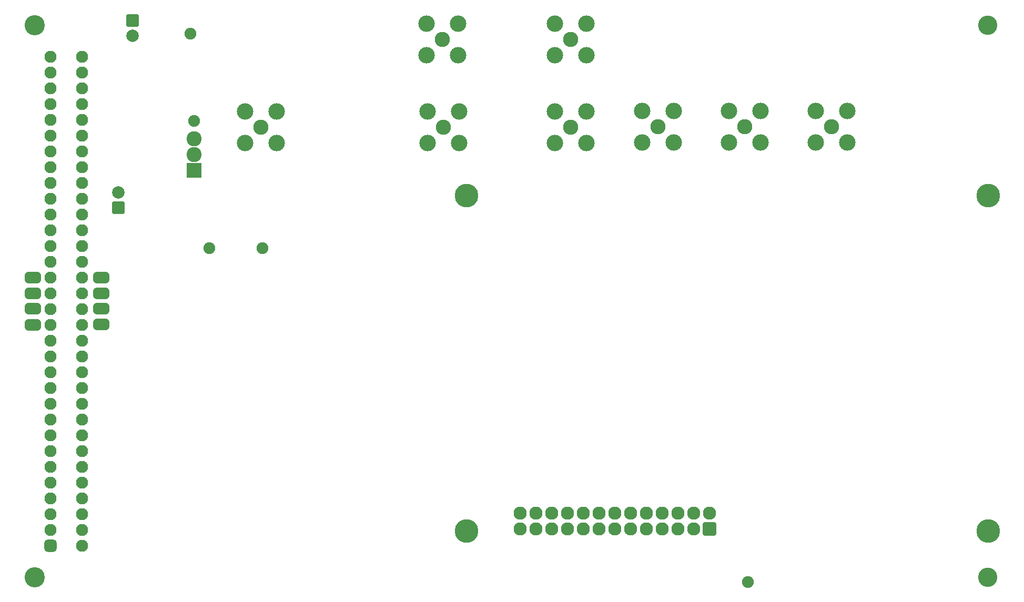
<source format=gbr>
G04 #@! TF.GenerationSoftware,KiCad,Pcbnew,(6.0.1)*
G04 #@! TF.CreationDate,2022-02-22T10:52:26+01:00*
G04 #@! TF.ProjectId,RedPitaya_Lockbox,52656450-6974-4617-9961-5f4c6f636b62,1.6*
G04 #@! TF.SameCoordinates,Original*
G04 #@! TF.FileFunction,Soldermask,Bot*
G04 #@! TF.FilePolarity,Negative*
%FSLAX46Y46*%
G04 Gerber Fmt 4.6, Leading zero omitted, Abs format (unit mm)*
G04 Created by KiCad (PCBNEW (6.0.1)) date 2022-02-22 10:52:26*
%MOMM*%
%LPD*%
G01*
G04 APERTURE LIST*
G04 Aperture macros list*
%AMRoundRect*
0 Rectangle with rounded corners*
0 $1 Rounding radius*
0 $2 $3 $4 $5 $6 $7 $8 $9 X,Y pos of 4 corners*
0 Add a 4 corners polygon primitive as box body*
4,1,4,$2,$3,$4,$5,$6,$7,$8,$9,$2,$3,0*
0 Add four circle primitives for the rounded corners*
1,1,$1+$1,$2,$3*
1,1,$1+$1,$4,$5*
1,1,$1+$1,$6,$7*
1,1,$1+$1,$8,$9*
0 Add four rect primitives between the rounded corners*
20,1,$1+$1,$2,$3,$4,$5,0*
20,1,$1+$1,$4,$5,$6,$7,0*
20,1,$1+$1,$6,$7,$8,$9,0*
20,1,$1+$1,$8,$9,$2,$3,0*%
%AMFreePoly0*
4,1,41,0.586777,0.930194,0.656366,0.874698,0.694986,0.794504,0.700000,0.750000,0.700000,-0.750000,0.680194,-0.836777,0.624698,-0.906366,0.544504,-0.944986,0.500000,-0.950000,0.000000,-0.950000,-0.023504,-0.944635,-0.083606,-0.943534,-0.139582,-0.934468,-0.274897,-0.892193,-0.326080,-0.867780,-0.444090,-0.789225,-0.486362,-0.751429,-0.577582,-0.642910,-0.607548,-0.594768,-0.664643,-0.465009,
-0.679893,-0.410393,-0.697476,-0.275933,-0.697084,-0.275882,-0.700000,-0.250000,-0.700000,0.250000,-0.697921,0.259109,-0.697582,0.286880,-0.675771,0.426957,-0.659192,0.481183,-0.598944,0.609508,-0.567811,0.656904,-0.473967,0.763162,-0.430783,0.799915,-0.310888,0.875563,-0.259125,0.898717,-0.122818,0.937674,-0.066635,0.945370,-0.042411,0.945222,0.000000,0.950000,0.500000,0.950000,
0.586777,0.930194,0.586777,0.930194,$1*%
%AMFreePoly1*
4,1,41,0.022678,0.944824,0.075125,0.944504,0.131210,0.936123,0.267031,0.895504,0.318507,0.871718,0.437469,0.794611,0.480202,0.757333,0.572740,0.649936,0.603290,0.602165,0.661967,0.473113,0.677883,0.418686,0.697980,0.278353,0.700000,0.250000,0.700000,-0.250000,0.699985,-0.252439,0.699836,-0.264655,0.697079,-0.295398,0.673559,-0.435199,0.656318,-0.489221,0.594506,-0.616800,
0.562797,-0.663810,0.467662,-0.768914,0.424032,-0.805137,0.303222,-0.879314,0.251181,-0.901834,0.114408,-0.939123,0.058135,-0.946132,0.037663,-0.945757,0.000000,-0.950000,-0.500000,-0.950000,-0.586777,-0.930194,-0.656366,-0.874698,-0.694986,-0.794504,-0.700000,-0.750000,-0.700000,0.750000,-0.680194,0.836777,-0.624698,0.906366,-0.544504,0.944986,-0.500000,0.950000,0.000000,0.950000,
0.022678,0.944824,0.022678,0.944824,$1*%
G04 Aperture macros list end*
%ADD10C,1.900000*%
%ADD11C,2.450000*%
%ADD12C,2.650000*%
%ADD13C,3.100000*%
%ADD14C,3.800000*%
%ADD15RoundRect,0.200000X-0.863600X0.863600X-0.863600X-0.863600X0.863600X-0.863600X0.863600X0.863600X0*%
%ADD16O,2.127200X2.127200*%
%ADD17C,3.250000*%
%ADD18RoundRect,0.449999X0.525001X-0.525001X0.525001X0.525001X-0.525001X0.525001X-0.525001X-0.525001X0*%
%ADD19C,1.950000*%
%ADD20RoundRect,0.200000X1.016000X-1.016000X1.016000X1.016000X-1.016000X1.016000X-1.016000X-1.016000X0*%
%ADD21C,2.432000*%
%ADD22RoundRect,0.200000X0.800000X-0.800000X0.800000X0.800000X-0.800000X0.800000X-0.800000X-0.800000X0*%
%ADD23C,2.000000*%
%ADD24RoundRect,0.200000X-0.800000X0.800000X-0.800000X-0.800000X0.800000X-0.800000X0.800000X0.800000X0*%
%ADD25FreePoly0,180.000000*%
%ADD26FreePoly1,180.000000*%
%ADD27FreePoly0,0.000000*%
%ADD28FreePoly1,0.000000*%
G04 APERTURE END LIST*
D10*
X78500000Y-56020000D03*
X167600000Y-130200000D03*
D11*
X181100000Y-56900000D03*
D12*
X178560000Y-54360000D03*
X178560000Y-59440000D03*
X183640000Y-59440000D03*
X183640000Y-54360000D03*
D11*
X89200000Y-57000000D03*
D12*
X86660000Y-59540000D03*
X91740000Y-59540000D03*
X91740000Y-54460000D03*
X86660000Y-54460000D03*
D13*
X206200000Y-129450000D03*
X206210000Y-40540000D03*
D14*
X206300000Y-68000000D03*
X122300000Y-68000000D03*
X206300000Y-122000000D03*
X122300000Y-122000000D03*
D15*
X161467000Y-121667000D03*
D16*
X161467000Y-119127000D03*
X158927000Y-121667000D03*
X158927000Y-119127000D03*
X156387000Y-121667000D03*
X156387000Y-119127000D03*
X153847000Y-121667000D03*
X153847000Y-119127000D03*
X151307000Y-121667000D03*
X151307000Y-119127000D03*
X148767000Y-121667000D03*
X148767000Y-119127000D03*
X146227000Y-121667000D03*
X146227000Y-119127000D03*
X143687000Y-121667000D03*
X143687000Y-119127000D03*
X141147000Y-121667000D03*
X141147000Y-119127000D03*
X138607000Y-121667000D03*
X138607000Y-119127000D03*
X136067000Y-121667000D03*
X136067000Y-119127000D03*
X133527000Y-121667000D03*
X133527000Y-119127000D03*
X130987000Y-121667000D03*
X130987000Y-119127000D03*
D10*
X80900000Y-76500000D03*
X77900000Y-41900000D03*
D11*
X153100000Y-56900000D03*
D12*
X155640000Y-59440000D03*
X150560000Y-54360000D03*
X155640000Y-54360000D03*
X150560000Y-59440000D03*
D17*
X52820000Y-40550000D03*
X52820000Y-129450000D03*
D18*
X55360000Y-124370000D03*
D19*
X55360000Y-121830000D03*
X55360000Y-119290000D03*
X55360000Y-116750000D03*
X55360000Y-114210000D03*
X55360000Y-111670000D03*
X55360000Y-109130000D03*
X55360000Y-106590000D03*
X55360000Y-104050000D03*
X55360000Y-101510000D03*
X55360000Y-98970000D03*
X55360000Y-96430000D03*
X55360000Y-93890000D03*
X55360000Y-91350000D03*
X55360000Y-88810000D03*
X55360000Y-86270000D03*
X55360000Y-83730000D03*
X55360000Y-81190000D03*
X55360000Y-78650000D03*
X55360000Y-76110000D03*
X55360000Y-73570000D03*
X55360000Y-71030000D03*
X55360000Y-68490000D03*
X55360000Y-65950000D03*
X55360000Y-63410000D03*
X55360000Y-60870000D03*
X55360000Y-58330000D03*
X55360000Y-55790000D03*
X55360000Y-53250000D03*
X55360000Y-50710000D03*
X55360000Y-48170000D03*
X55360000Y-45630000D03*
X60440000Y-124370000D03*
X60440000Y-121830000D03*
X60440000Y-119290000D03*
X60440000Y-116750000D03*
X60440000Y-114210000D03*
X60440000Y-111670000D03*
X60440000Y-109130000D03*
X60440000Y-106590000D03*
X60440000Y-104050000D03*
X60440000Y-101510000D03*
X60440000Y-98970000D03*
X60440000Y-96430000D03*
X60440000Y-93890000D03*
X60440000Y-91350000D03*
X60440000Y-88810000D03*
X60440000Y-86270000D03*
X60440000Y-83730000D03*
X60440000Y-81190000D03*
X60440000Y-78650000D03*
X60440000Y-76110000D03*
X60440000Y-73570000D03*
X60440000Y-71030000D03*
X60440000Y-68490000D03*
X60440000Y-65950000D03*
X60440000Y-63410000D03*
X60440000Y-60870000D03*
X60440000Y-58330000D03*
X60440000Y-55790000D03*
X60440000Y-53250000D03*
X60440000Y-50710000D03*
X60440000Y-48170000D03*
X60440000Y-45630000D03*
D11*
X118400000Y-42900000D03*
D12*
X120940000Y-45440000D03*
X115860000Y-40360000D03*
X115860000Y-45440000D03*
X120940000Y-40360000D03*
D11*
X139100000Y-42900000D03*
D12*
X136560000Y-45440000D03*
X136560000Y-40360000D03*
X141640000Y-45440000D03*
X141640000Y-40360000D03*
D11*
X167100000Y-56900000D03*
D12*
X164560000Y-59440000D03*
X164560000Y-54360000D03*
X169640000Y-59440000D03*
X169640000Y-54360000D03*
D11*
X118600000Y-57000000D03*
D12*
X116060000Y-54460000D03*
X116060000Y-59540000D03*
X121140000Y-59540000D03*
X121140000Y-54460000D03*
D11*
X139100000Y-57000000D03*
D12*
X141640000Y-59540000D03*
X136560000Y-54460000D03*
X141640000Y-54460000D03*
X136560000Y-59540000D03*
D10*
X89490000Y-76460000D03*
D20*
X78500000Y-63980000D03*
D21*
X78500000Y-61440000D03*
X78500000Y-58900000D03*
D22*
X66300000Y-70000000D03*
D23*
X66300000Y-67500000D03*
D24*
X68600000Y-39800000D03*
D23*
X68600000Y-42300000D03*
D25*
X53150000Y-88800000D03*
D26*
X51850000Y-88800000D03*
D27*
X62850000Y-88750000D03*
D28*
X64150000Y-88750000D03*
D25*
X53150000Y-86250000D03*
D26*
X51850000Y-86250000D03*
D27*
X62850000Y-86250000D03*
D28*
X64150000Y-86250000D03*
D25*
X53150000Y-83750000D03*
D26*
X51850000Y-83750000D03*
D27*
X62850000Y-83750000D03*
D28*
X64150000Y-83750000D03*
D25*
X53150000Y-81200000D03*
D26*
X51850000Y-81200000D03*
D27*
X62850000Y-81250000D03*
D28*
X64150000Y-81250000D03*
M02*

</source>
